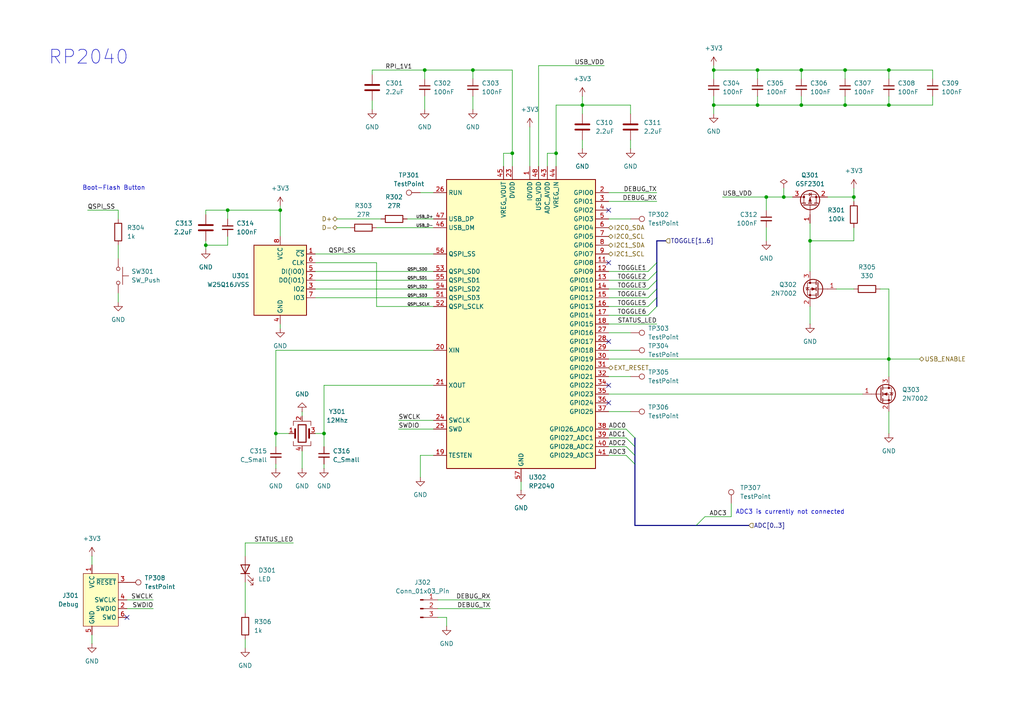
<source format=kicad_sch>
(kicad_sch (version 20231120) (generator "eeschema") (generator_version "8.0")
  (paper "A4")
  (title_block (title "USB3 Hub") (date "${date}") (rev "${revision}") (company "Fabian Pflug"))
  (lib_symbols
    (symbol "Connector:Conn_01x03_Pin" (pin_names (offset 1.016) hide)
      (property "Reference" "J" (at 0 5.08 0))
      (property "Value" "Conn_01x03_Pin" (at 0 -5.08 0))
      (symbol "Conn_01x03_Pin_1_1"
        (polyline (pts (xy 1.27 -2.54) (xy 0.8636 -2.54)) (stroke (width 0.1524)))
        (polyline (pts (xy 1.27 0) (xy 0.8636 0)) (stroke (width 0.1524)))
        (polyline (pts (xy 1.27 2.54) (xy 0.8636 2.54)) (stroke (width 0.1524)))
        (rectangle (start 0.8636 -2.413) (end 0 -2.667) (stroke (width 0.1524)) (fill (type outline)))
        (rectangle (start 0.8636 0.127) (end 0 -0.127) (stroke (width 0.1524)) (fill (type outline)))
        (rectangle (start 0.8636 2.667) (end 0 2.413) (stroke (width 0.1524)) (fill (type outline)))
        (pin passive line (at 5.08 2.54 180) (length 3.81) (name "Pin_1") (number "1"))
        (pin passive line (at 5.08 0 180) (length 3.81) (name "Pin_2") (number "2"))
        (pin passive line (at 5.08 -2.54 180) (length 3.81) (name "Pin_3") (number "3"))
      )
    )
    (symbol "Connector:Conn_ARM_SWD_TagConnect_TC2030-NL" (in_bom no)
      (property "Reference" "J" (at 2.54 11.43 0))
      (property "Value" "Conn_ARM_SWD_TagConnect_TC2030-NL" (at 2.54 8.89 0))
      (symbol "Conn_ARM_SWD_TagConnect_TC2030-NL_0_0"
        (pin power_in line (at -2.54 10.16 270) (length 2.54) (name "VCC") (number "1"))
        (pin bidirectional line (at 7.62 -2.54 180) (length 2.54) (name "SWDIO") (number "2"))
        (pin open_collector line (at 7.62 5.08 180) (length 2.54) (name "~{RESET}") (number "3"))
        (pin output line (at 7.62 0 180) (length 2.54) (name "SWCLK") (number "4"))
        (pin power_in line (at -2.54 -10.16 90) (length 2.54) (name "GND") (number "5"))
        (pin input line (at 7.62 -5.08 180) (length 2.54) (name "SWO") (number "6"))
      )
      (symbol "Conn_ARM_SWD_TagConnect_TC2030-NL_0_1"
        (rectangle (start -5.08 7.62) (end 5.08 -7.62) (fill (type background)))
      )
    )
    (symbol "Connector:TestPoint" (pin_numbers hide) (pin_names (offset 0.762) hide)
      (property "Reference" "TP" (at 0 6.858 0))
      (property "Value" "TestPoint" (at 0 5.08 0))
      (symbol "TestPoint_0_1"
        (circle (center 0 3.302) (radius 0.762))
      )
      (symbol "TestPoint_1_1"
        (pin passive line (at 0 0 90) (length 2.54) (name "1") (number "1"))
      )
    )
    (symbol "Device:C" (pin_numbers hide) (pin_names (offset 0.254))
      (property "Reference" "C" (at 0.635 2.54 0))
      (property "Value" "C" (at 0.635 -2.54 0))
      (symbol "C_0_1"
        (polyline (pts (xy -2.032 -0.762) (xy 2.032 -0.762)) (stroke (width 0.508)))
        (polyline (pts (xy -2.032 0.762) (xy 2.032 0.762)) (stroke (width 0.508)))
      )
      (symbol "C_1_1"
        (pin passive line (at 0 3.81 270) (length 2.794) (name "~") (number "1"))
        (pin passive line (at 0 -3.81 90) (length 2.794) (name "~") (number "2"))
      )
    )
    (symbol "Device:C_Small" (pin_numbers hide) (pin_names (offset 0.254) hide)
      (property "Reference" "C" (at 0.254 1.778 0))
      (property "Value" "C_Small" (at 0.254 -2.032 0))
      (symbol "C_Small_0_1"
        (polyline (pts (xy -1.524 -0.508) (xy 1.524 -0.508)) (stroke (width 0.3302)))
        (polyline (pts (xy -1.524 0.508) (xy 1.524 0.508)) (stroke (width 0.3048)))
      )
      (symbol "C_Small_1_1"
        (pin passive line (at 0 2.54 270) (length 2.032) (name "~") (number "1"))
        (pin passive line (at 0 -2.54 90) (length 2.032) (name "~") (number "2"))
      )
    )
    (symbol "Device:Crystal_GND24" (pin_names (offset 1.016) hide)
      (property "Reference" "Y" (at 3.175 5.08 0))
      (property "Value" "Crystal_GND24" (at 3.175 3.175 0))
      (symbol "Crystal_GND24_0_1"
        (rectangle (start -1.143 2.54) (end 1.143 -2.54) (stroke (width 0.3048)))
        (polyline (pts (xy -2.54 0) (xy -2.032 0)))
        (polyline (pts (xy -2.032 -1.27) (xy -2.032 1.27)) (stroke (width 0.508)))
        (polyline (pts (xy 0 -3.81) (xy 0 -3.556)))
        (polyline (pts (xy 0 3.556) (xy 0 3.81)))
        (polyline (pts (xy 2.032 -1.27) (xy 2.032 1.27)) (stroke (width 0.508)))
        (polyline (pts (xy 2.032 0) (xy 2.54 0)))
        (polyline (pts (xy -2.54 -2.286) (xy -2.54 -3.556) (xy 2.54 -3.556) (xy 2.54 -2.286)))
        (polyline (pts (xy -2.54 2.286) (xy -2.54 3.556) (xy 2.54 3.556) (xy 2.54 2.286)))
      )
      (symbol "Crystal_GND24_1_1"
        (pin passive line (at -3.81 0 0) (length 1.27) (name "1") (number "1"))
        (pin passive line (at 0 5.08 270) (length 1.27) (name "2") (number "2"))
        (pin passive line (at 3.81 0 180) (length 1.27) (name "3") (number "3"))
        (pin passive line (at 0 -5.08 90) (length 1.27) (name "4") (number "4"))
      )
    )
    (symbol "Device:LED" (pin_numbers hide) (pin_names (offset 1.016) hide)
      (property "Reference" "D" (at 0 2.54 0))
      (property "Value" "LED" (at 0 -2.54 0))
      (symbol "LED_0_1"
        (polyline (pts (xy -1.27 -1.27) (xy -1.27 1.27)) (stroke (width 0.254)))
        (polyline (pts (xy -1.27 0) (xy 1.27 0)))
        (polyline (pts (xy 1.27 -1.27) (xy 1.27 1.27) (xy -1.27 0) (xy 1.27 -1.27)) (stroke (width 0.254)))
        (polyline (pts (xy -3.048 -0.762) (xy -4.572 -2.286) (xy -3.81 -2.286) (xy -4.572 -2.286) (xy -4.572 -1.524)))
        (polyline (pts (xy -1.778 -0.762) (xy -3.302 -2.286) (xy -2.54 -2.286) (xy -3.302 -2.286) (xy -3.302 -1.524)))
      )
      (symbol "LED_1_1"
        (pin passive line (at -3.81 0 0) (length 2.54) (name "K") (number "1"))
        (pin passive line (at 3.81 0 180) (length 2.54) (name "A") (number "2"))
      )
    )
    (symbol "Device:R" (pin_numbers hide) (pin_names (offset 0))
      (property "Reference" "R" (at 2.032 0 90))
      (property "Value" "R" (at 0 0 90))
      (symbol "R_0_1"
        (rectangle (start -1.016 -2.54) (end 1.016 2.54) (stroke (width 0.254)))
      )
      (symbol "R_1_1"
        (pin passive line (at 0 3.81 270) (length 1.27) (name "~") (number "1"))
        (pin passive line (at 0 -3.81 90) (length 1.27) (name "~") (number "2"))
      )
    )
    (symbol "MCU_RaspberryPi:RP2040"
      (property "Reference" "U" (at 17.78 45.72 0))
      (property "Value" "RP2040" (at 17.78 43.18 0))
      (symbol "RP2040_0_1"
        (rectangle (start -21.59 41.91) (end 21.59 -41.91) (stroke (width 0.254)) (fill (type background)))
      )
      (symbol "RP2040_1_1"
        (pin power_in line (at 2.54 45.72 270) (length 3.81) (name "IOVDD") (number "1"))
        (pin passive line (at 2.54 45.72 270) (length 3.81) hide (name "IOVDD") (number "10"))
        (pin bidirectional line (at 25.4 17.78 180) (length 3.81) (name "GPIO8") (number "11"))
        (pin bidirectional line (at 25.4 15.24 180) (length 3.81) (name "GPIO9") (number "12"))
        (pin bidirectional line (at 25.4 12.7 180) (length 3.81) (name "GPIO10") (number "13"))
        (pin bidirectional line (at 25.4 10.16 180) (length 3.81) (name "GPIO11") (number "14"))
        (pin bidirectional line (at 25.4 7.62 180) (length 3.81) (name "GPIO12") (number "15"))
        (pin bidirectional line (at 25.4 5.08 180) (length 3.81) (name "GPIO13") (number "16"))
        (pin bidirectional line (at 25.4 2.54 180) (length 3.81) (name "GPIO14") (number "17"))
        (pin bidirectional line (at 25.4 0 180) (length 3.81) (name "GPIO15") (number "18"))
        (pin input line (at -25.4 -38.1 0) (length 3.81) (name "TESTEN") (number "19"))
        (pin bidirectional line (at 25.4 38.1 180) (length 3.81) (name "GPIO0") (number "2"))
        (pin input line (at -25.4 -7.62 0) (length 3.81) (name "XIN") (number "20"))
        (pin passive line (at -25.4 -17.78 0) (length 3.81) (name "XOUT") (number "21"))
        (pin passive line (at 2.54 45.72 270) (length 3.81) hide (name "IOVDD") (number "22"))
        (pin power_in line (at -2.54 45.72 270) (length 3.81) (name "DVDD") (number "23"))
        (pin input line (at -25.4 -27.94 0) (length 3.81) (name "SWCLK") (number "24"))
        (pin bidirectional line (at -25.4 -30.48 0) (length 3.81) (name "SWD") (number "25"))
        (pin input line (at -25.4 38.1 0) (length 3.81) (name "RUN") (number "26"))
        (pin bidirectional line (at 25.4 -2.54 180) (length 3.81) (name "GPIO16") (number "27"))
        (pin bidirectional line (at 25.4 -5.08 180) (length 3.81) (name "GPIO17") (number "28"))
        (pin bidirectional line (at 25.4 -7.62 180) (length 3.81) (name "GPIO18") (number "29"))
        (pin bidirectional line (at 25.4 35.56 180) (length 3.81) (name "GPIO1") (number "3"))
        (pin bidirectional line (at 25.4 -10.16 180) (length 3.81) (name "GPIO19") (number "30"))
        (pin bidirectional line (at 25.4 -12.7 180) (length 3.81) (name "GPIO20") (number "31"))
        (pin bidirectional line (at 25.4 -15.24 180) (length 3.81) (name "GPIO21") (number "32"))
        (pin passive line (at 2.54 45.72 270) (length 3.81) hide (name "IOVDD") (number "33"))
        (pin bidirectional line (at 25.4 -17.78 180) (length 3.81) (name "GPIO22") (number "34"))
        (pin bidirectional line (at 25.4 -20.32 180) (length 3.81) (name "GPIO23") (number "35"))
        (pin bidirectional line (at 25.4 -22.86 180) (length 3.81) (name "GPIO24") (number "36"))
        (pin bidirectional line (at 25.4 -25.4 180) (length 3.81) (name "GPIO25") (number "37"))
        (pin bidirectional line (at 25.4 -30.48 180) (length 3.81) (name "GPIO26_ADC0") (number "38"))
        (pin bidirectional line (at 25.4 -33.02 180) (length 3.81) (name "GPIO27_ADC1") (number "39"))
        (pin bidirectional line (at 25.4 33.02 180) (length 3.81) (name "GPIO2") (number "4"))
        (pin bidirectional line (at 25.4 -35.56 180) (length 3.81) (name "GPIO28_ADC2") (number "40"))
        (pin bidirectional line (at 25.4 -38.1 180) (length 3.81) (name "GPIO29_ADC3") (number "41"))
        (pin passive line (at 2.54 45.72 270) (length 3.81) hide (name "IOVDD") (number "42"))
        (pin power_in line (at 7.62 45.72 270) (length 3.81) (name "ADC_AVDD") (number "43"))
        (pin power_in line (at 10.16 45.72 270) (length 3.81) (name "VREG_IN") (number "44"))
        (pin power_out line (at -5.08 45.72 270) (length 3.81) (name "VREG_VOUT") (number "45"))
        (pin bidirectional line (at -25.4 27.94 0) (length 3.81) (name "USB_DM") (number "46"))
        (pin bidirectional line (at -25.4 30.48 0) (length 3.81) (name "USB_DP") (number "47"))
        (pin power_in line (at 5.08 45.72 270) (length 3.81) (name "USB_VDD") (number "48"))
        (pin passive line (at 2.54 45.72 270) (length 3.81) hide (name "IOVDD") (number "49"))
        (pin bidirectional line (at 25.4 30.48 180) (length 3.81) (name "GPIO3") (number "5"))
        (pin passive line (at -2.54 45.72 270) (length 3.81) hide (name "DVDD") (number "50"))
        (pin bidirectional line (at -25.4 7.62 0) (length 3.81) (name "QSPI_SD3") (number "51"))
        (pin output line (at -25.4 5.08 0) (length 3.81) (name "QSPI_SCLK") (number "52"))
        (pin bidirectional line (at -25.4 15.24 0) (length 3.81) (name "QSPI_SD0") (number "53"))
        (pin bidirectional line (at -25.4 10.16 0) (length 3.81) (name "QSPI_SD2") (number "54"))
        (pin bidirectional line (at -25.4 12.7 0) (length 3.81) (name "QSPI_SD1") (number "55"))
        (pin bidirectional line (at -25.4 20.32 0) (length 3.81) (name "QSPI_SS") (number "56"))
        (pin power_in line (at 0 -45.72 90) (length 3.81) (name "GND") (number "57"))
        (pin bidirectional line (at 25.4 27.94 180) (length 3.81) (name "GPIO4") (number "6"))
        (pin bidirectional line (at 25.4 25.4 180) (length 3.81) (name "GPIO5") (number "7"))
        (pin bidirectional line (at 25.4 22.86 180) (length 3.81) (name "GPIO6") (number "8"))
        (pin bidirectional line (at 25.4 20.32 180) (length 3.81) (name "GPIO7") (number "9"))
      )
    )
    (symbol "Memory_Flash:W25Q16JVSS"
      (property "Reference" "U" (at -6.35 11.43 0))
      (property "Value" "W25Q16JVSS" (at 7.62 11.43 0))
      (symbol "W25Q16JVSS_0_1"
        (rectangle (start -7.62 10.16) (end 7.62 -10.16) (stroke (width 0.254)) (fill (type background)))
      )
      (symbol "W25Q16JVSS_1_1"
        (pin input line (at -10.16 7.62 0) (length 2.54) (name "~{CS}") (number "1"))
        (pin bidirectional line (at -10.16 0 0) (length 2.54) (name "DO(IO1)") (number "2"))
        (pin bidirectional line (at -10.16 -2.54 0) (length 2.54) (name "IO2") (number "3"))
        (pin power_in line (at 0 -12.7 90) (length 2.54) (name "GND") (number "4"))
        (pin bidirectional line (at -10.16 2.54 0) (length 2.54) (name "DI(IO0)") (number "5"))
        (pin input line (at -10.16 5.08 0) (length 2.54) (name "CLK") (number "6"))
        (pin bidirectional line (at -10.16 -5.08 0) (length 2.54) (name "IO3") (number "7"))
        (pin power_in line (at 0 12.7 270) (length 2.54) (name "VCC") (number "8"))
      )
    )
    (symbol "Switch:SW_Push" (pin_numbers hide) (pin_names (offset 1.016) hide)
      (property "Reference" "SW" (at 1.27 2.54 0))
      (property "Value" "SW_Push" (at 0 -1.524 0))
      (symbol "SW_Push_0_1"
        (circle (center -2.032 0) (radius 0.508))
        (polyline (pts (xy 0 1.27) (xy 0 3.048)))
        (polyline (pts (xy 2.54 1.27) (xy -2.54 1.27)))
        (circle (center 2.032 0) (radius 0.508))
        (pin passive line (at -5.08 0 0) (length 2.54) (name "1") (number "1"))
        (pin passive line (at 5.08 0 180) (length 2.54) (name "2") (number "2"))
      )
    )
    (symbol "Transistor_FET:2N7002" (pin_names hide)
      (property "Reference" "Q" (at 5.08 1.905 0))
      (property "Value" "2N7002" (at 5.08 0 0))
      (symbol "2N7002_0_1"
        (polyline (pts (xy 0.254 0) (xy -2.54 0)))
        (polyline (pts (xy 0.254 1.905) (xy 0.254 -1.905)) (stroke (width 0.254)))
        (polyline (pts (xy 0.762 -1.27) (xy 0.762 -2.286)) (stroke (width 0.254)))
        (polyline (pts (xy 0.762 0.508) (xy 0.762 -0.508)) (stroke (width 0.254)))
        (polyline (pts (xy 0.762 2.286) (xy 0.762 1.27)) (stroke (width 0.254)))
        (polyline (pts (xy 2.54 2.54) (xy 2.54 1.778)))
        (polyline (pts (xy 2.54 -2.54) (xy 2.54 0) (xy 0.762 0)))
        (polyline (pts (xy 0.762 -1.778) (xy 3.302 -1.778) (xy 3.302 1.778) (xy 0.762 1.778)))
        (polyline (pts (xy 1.016 0) (xy 2.032 0.381) (xy 2.032 -0.381) (xy 1.016 0)) (fill (type outline)))
        (polyline (pts (xy 2.794 0.508) (xy 2.921 0.381) (xy 3.683 0.381) (xy 3.81 0.254)))
        (polyline (pts (xy 3.302 0.381) (xy 2.921 -0.254) (xy 3.683 -0.254) (xy 3.302 0.381)))
        (circle (center 1.651 0) (radius 2.794) (stroke (width 0.254)))
        (circle (center 2.54 -1.778) (radius 0.254) (fill (type outline)))
        (circle (center 2.54 1.778) (radius 0.254) (fill (type outline)))
      )
      (symbol "2N7002_1_1"
        (pin input line (at -5.08 0 0) (length 2.54) (name "G") (number "1"))
        (pin passive line (at 2.54 -5.08 90) (length 2.54) (name "S") (number "2"))
        (pin passive line (at 2.54 5.08 270) (length 2.54) (name "D") (number "3"))
      )
    )
    (symbol "Transistor_FET:AO3401A" (pin_names hide)
      (property "Reference" "Q" (at 5.08 1.905 0))
      (property "Value" "AO3401A" (at 5.08 0 0))
      (symbol "AO3401A_0_1"
        (polyline (pts (xy 0.254 0) (xy -2.54 0)))
        (polyline (pts (xy 0.254 1.905) (xy 0.254 -1.905)) (stroke (width 0.254)))
        (polyline (pts (xy 0.762 -1.27) (xy 0.762 -2.286)) (stroke (width 0.254)))
        (polyline (pts (xy 0.762 0.508) (xy 0.762 -0.508)) (stroke (width 0.254)))
        (polyline (pts (xy 0.762 2.286) (xy 0.762 1.27)) (stroke (width 0.254)))
        (polyline (pts (xy 2.54 2.54) (xy 2.54 1.778)))
        (polyline (pts (xy 2.54 -2.54) (xy 2.54 0) (xy 0.762 0)))
        (polyline (pts (xy 0.762 1.778) (xy 3.302 1.778) (xy 3.302 -1.778) (xy 0.762 -1.778)))
        (polyline (pts (xy 2.286 0) (xy 1.27 0.381) (xy 1.27 -0.381) (xy 2.286 0)) (fill (type outline)))
        (polyline (pts (xy 2.794 -0.508) (xy 2.921 -0.381) (xy 3.683 -0.381) (xy 3.81 -0.254)))
        (polyline (pts (xy 3.302 -0.381) (xy 2.921 0.254) (xy 3.683 0.254) (xy 3.302 -0.381)))
        (circle (center 1.651 0) (radius 2.794) (stroke (width 0.254)))
        (circle (center 2.54 -1.778) (radius 0.254) (fill (type outline)))
        (circle (center 2.54 1.778) (radius 0.254) (fill (type outline)))
      )
      (symbol "AO3401A_1_1"
        (pin input line (at -5.08 0 0) (length 2.54) (name "G") (number "1"))
        (pin passive line (at 2.54 -5.08 90) (length 2.54) (name "S") (number "2"))
        (pin passive line (at 2.54 5.08 270) (length 2.54) (name "D") (number "3"))
      )
    )
    (symbol "power:+3V3" (power) (pin_numbers hide) (pin_names (offset 0) hide)
      (property "Value" "+3V3" (at 0 3.556 0))
      (symbol "+3V3_0_1"
        (polyline (pts (xy -0.762 1.27) (xy 0 2.54)))
        (polyline (pts (xy 0 0) (xy 0 2.54)))
        (polyline (pts (xy 0 2.54) (xy 0.762 1.27)))
      )
      (symbol "+3V3_1_1"
        (pin power_in line (at 0 0 90) (length 0) (name "~") (number "1"))
      )
    )
    (symbol "power:GND" (power) (pin_numbers hide) (pin_names (offset 0) hide)
      (property "Value" "GND" (at 0 -3.81 0))
      (symbol "GND_0_1"
        (polyline (pts (xy 0 0) (xy 0 -1.27) (xy 1.27 -1.27) (xy 0 -2.54) (xy -1.27 -1.27) (xy 0 -1.27)))
      )
      (symbol "GND_1_1"
        (pin power_in line (at 0 0 270) (length 0) (name "~") (number "1"))
      )
    )
    (symbol "power:PWR_FLAG" (power) (pin_numbers hide) (pin_names (offset 0) hide)
      (property "Value" "PWR_FLAG" (at 0 3.81 0))
      (symbol "PWR_FLAG_0_0"
        (pin power_out line (at 0 0 90) (length 0) (name "~") (number "1"))
      )
      (symbol "PWR_FLAG_0_1"
        (polyline (pts (xy 0 0) (xy 0 1.27) (xy -1.016 1.905) (xy 0 2.54) (xy 1.016 1.905) (xy 0 1.27)))
      )
    )
  )
  (junction (at 93.98 125.73))
  (junction (at 222.25 57.15))
  (junction (at 257.81 104.14))
  (junction (at 161.29 44.45))
  (junction (at 123.19 20.32))
  (junction (at 234.95 69.85))
  (junction (at 81.28 60.96))
  (junction (at 245.11 20.32))
  (junction (at 227.33 57.15))
  (junction (at 219.71 20.32))
  (junction (at 207.01 20.32))
  (junction (at 257.81 30.48))
  (junction (at 232.41 30.48))
  (junction (at 207.01 30.48))
  (junction (at 219.71 30.48))
  (junction (at 232.41 20.32))
  (junction (at 247.65 57.15))
  (junction (at 257.81 20.32))
  (junction (at 168.91 30.48))
  (junction (at 245.11 30.48))
  (junction (at 148.59 44.45))
  (junction (at 66.04 60.96))
  (junction (at 59.69 71.12))
  (junction (at 137.16 20.32))
  (junction (at 80.01 125.73))
  (no_connect (at 36.83 179.07))
  (no_connect (at 176.53 111.76))
  (no_connect (at 176.53 99.06))
  (no_connect (at 176.53 116.84))
  (no_connect (at 176.53 60.96))
  (no_connect (at 176.53 76.2))
  (bus_entry (at 190.5 78.74) (size -2.54 2.54))
  (bus_entry (at 190.5 88.9) (size -2.54 2.54))
  (bus_entry (at 190.5 76.2) (size -2.54 2.54))
  (bus_entry (at 184.15 129.54) (size -2.54 -2.54))
  (bus_entry (at 184.15 134.62) (size -2.54 -2.54))
  (bus_entry (at 201.93 152.4) (size 2.54 -2.54))
  (bus_entry (at 190.5 86.36) (size -2.54 2.54))
  (bus_entry (at 184.15 132.08) (size -2.54 -2.54))
  (bus_entry (at 184.15 127) (size -2.54 -2.54))
  (bus_entry (at 190.5 81.28) (size -2.54 2.54))
  (bus_entry (at 190.5 83.82) (size -2.54 2.54))
  (wire (pts (xy 245.11 20.32) (xy 232.41 20.32)))
  (wire (pts (xy 80.01 125.73) (xy 83.82 125.73)))
  (bus (pts (xy 201.93 152.4) (xy 217.17 152.4)))
  (wire (pts (xy 127 173.99) (xy 142.24 173.99)))
  (bus (pts (xy 190.5 78.74) (xy 190.5 81.28)))
  (wire (pts (xy 127 176.53) (xy 142.24 176.53)))
  (wire (pts (xy 232.41 20.32) (xy 232.41 22.86)))
  (wire (pts (xy 168.91 27.94) (xy 168.91 30.48)))
  (wire (pts (xy 257.81 104.14) (xy 266.7 104.14)))
  (wire (pts (xy 66.04 63.5) (xy 66.04 60.96)))
  (wire (pts (xy 222.25 57.15) (xy 222.25 60.96)))
  (bus (pts (xy 184.15 134.62) (xy 184.15 152.4)))
  (wire (pts (xy 66.04 68.58) (xy 66.04 71.12)))
  (wire (pts (xy 107.95 29.21) (xy 107.95 31.75)))
  (wire (pts (xy 87.63 119.38) (xy 87.63 120.65)))
  (wire (pts (xy 91.44 73.66) (xy 125.73 73.66)))
  (wire (pts (xy 257.81 119.38) (xy 257.81 125.73)))
  (wire (pts (xy 257.81 109.22) (xy 257.81 104.14)))
  (wire (pts (xy 176.53 96.52) (xy 182.88 96.52)))
  (wire (pts (xy 115.57 124.46) (xy 125.73 124.46)))
  (wire (pts (xy 148.59 44.45) (xy 148.59 20.32)))
  (wire (pts (xy 161.29 44.45) (xy 161.29 48.26)))
  (wire (pts (xy 212.09 146.05) (xy 212.09 149.86)))
  (wire (pts (xy 257.81 27.94) (xy 257.81 30.48)))
  (wire (pts (xy 137.16 27.94) (xy 137.16 31.75)))
  (wire (pts (xy 176.53 119.38) (xy 182.88 119.38)))
  (wire (pts (xy 34.29 71.12) (xy 34.29 74.93)))
  (wire (pts (xy 91.44 81.28) (xy 125.73 81.28)))
  (wire (pts (xy 66.04 71.12) (xy 59.69 71.12)))
  (wire (pts (xy 270.51 30.48) (xy 257.81 30.48)))
  (wire (pts (xy 232.41 27.94) (xy 232.41 30.48)))
  (wire (pts (xy 156.21 19.05) (xy 175.26 19.05)))
  (bus (pts (xy 184.15 129.54) (xy 184.15 132.08)))
  (wire (pts (xy 257.81 30.48) (xy 245.11 30.48)))
  (wire (pts (xy 234.95 64.77) (xy 234.95 69.85)))
  (wire (pts (xy 71.12 168.91) (xy 71.12 177.8)))
  (wire (pts (xy 71.12 157.48) (xy 71.12 161.29)))
  (wire (pts (xy 207.01 30.48) (xy 207.01 33.02)))
  (wire (pts (xy 59.69 69.85) (xy 59.69 71.12)))
  (wire (pts (xy 148.59 48.26) (xy 148.59 44.45)))
  (bus (pts (xy 193.04 69.85) (xy 190.5 69.85)))
  (wire (pts (xy 93.98 111.76) (xy 93.98 125.73)))
  (wire (pts (xy 250.19 114.3) (xy 176.53 114.3)))
  (wire (pts (xy 121.92 132.08) (xy 121.92 138.43)))
  (wire (pts (xy 182.88 30.48) (xy 168.91 30.48)))
  (wire (pts (xy 176.53 91.44) (xy 187.96 91.44)))
  (wire (pts (xy 176.53 81.28) (xy 187.96 81.28)))
  (wire (pts (xy 227.33 54.61) (xy 227.33 57.15)))
  (wire (pts (xy 125.73 132.08) (xy 121.92 132.08)))
  (wire (pts (xy 137.16 20.32) (xy 148.59 20.32)))
  (wire (pts (xy 127 179.07) (xy 129.54 179.07)))
  (wire (pts (xy 153.67 36.83) (xy 153.67 48.26)))
  (wire (pts (xy 91.44 86.36) (xy 125.73 86.36)))
  (bus (pts (xy 190.5 81.28) (xy 190.5 83.82)))
  (wire (pts (xy 176.53 55.88) (xy 190.5 55.88)))
  (wire (pts (xy 247.65 66.04) (xy 247.65 69.85)))
  (wire (pts (xy 245.11 30.48) (xy 232.41 30.48)))
  (wire (pts (xy 81.28 60.96) (xy 81.28 68.58)))
  (wire (pts (xy 80.01 134.62) (xy 80.01 135.89)))
  (wire (pts (xy 257.81 83.82) (xy 257.81 104.14)))
  (wire (pts (xy 66.04 60.96) (xy 81.28 60.96)))
  (wire (pts (xy 182.88 33.02) (xy 182.88 30.48)))
  (wire (pts (xy 270.51 20.32) (xy 257.81 20.32)))
  (wire (pts (xy 234.95 88.9) (xy 234.95 93.98)))
  (wire (pts (xy 59.69 62.23) (xy 59.69 60.96)))
  (wire (pts (xy 247.65 57.15) (xy 247.65 58.42)))
  (wire (pts (xy 59.69 71.12) (xy 59.69 72.39)))
  (wire (pts (xy 176.53 101.6) (xy 182.88 101.6)))
  (wire (pts (xy 107.95 20.32) (xy 107.95 21.59)))
  (wire (pts (xy 123.19 27.94) (xy 123.19 31.75)))
  (wire (pts (xy 91.44 125.73) (xy 93.98 125.73)))
  (wire (pts (xy 158.75 48.26) (xy 158.75 44.45)))
  (wire (pts (xy 146.05 48.26) (xy 146.05 44.45)))
  (wire (pts (xy 109.22 66.04) (xy 125.73 66.04)))
  (wire (pts (xy 257.81 83.82) (xy 255.27 83.82)))
  (wire (pts (xy 176.53 83.82) (xy 187.96 83.82)))
  (bus (pts (xy 184.15 152.4) (xy 201.93 152.4)))
  (wire (pts (xy 161.29 30.48) (xy 168.91 30.48)))
  (wire (pts (xy 247.65 83.82) (xy 242.57 83.82)))
  (wire (pts (xy 81.28 59.69) (xy 81.28 60.96)))
  (wire (pts (xy 109.22 88.9) (xy 125.73 88.9)))
  (bus (pts (xy 190.5 69.85) (xy 190.5 76.2)))
  (wire (pts (xy 91.44 76.2) (xy 109.22 76.2)))
  (wire (pts (xy 158.75 44.45) (xy 161.29 44.45)))
  (wire (pts (xy 115.57 121.92) (xy 125.73 121.92)))
  (wire (pts (xy 207.01 20.32) (xy 207.01 22.86)))
  (wire (pts (xy 176.53 129.54) (xy 181.61 129.54)))
  (wire (pts (xy 232.41 20.32) (xy 219.71 20.32)))
  (wire (pts (xy 161.29 30.48) (xy 161.29 44.45)))
  (wire (pts (xy 109.22 76.2) (xy 109.22 88.9)))
  (wire (pts (xy 85.09 157.48) (xy 71.12 157.48)))
  (wire (pts (xy 121.92 55.88) (xy 125.73 55.88)))
  (wire (pts (xy 26.67 184.15) (xy 26.67 186.69)))
  (wire (pts (xy 176.53 88.9) (xy 187.96 88.9)))
  (wire (pts (xy 118.11 63.5) (xy 125.73 63.5)))
  (wire (pts (xy 182.88 40.64) (xy 182.88 43.18)))
  (wire (pts (xy 227.33 57.15) (xy 222.25 57.15)))
  (wire (pts (xy 234.95 69.85) (xy 234.95 78.74)))
  (wire (pts (xy 123.19 22.86) (xy 123.19 20.32)))
  (wire (pts (xy 176.53 109.22) (xy 182.88 109.22)))
  (wire (pts (xy 137.16 20.32) (xy 137.16 22.86)))
  (wire (pts (xy 207.01 19.05) (xy 207.01 20.32)))
  (wire (pts (xy 247.65 54.61) (xy 247.65 57.15)))
  (wire (pts (xy 222.25 66.04) (xy 222.25 69.85)))
  (wire (pts (xy 25.4 60.96) (xy 34.29 60.96)))
  (wire (pts (xy 232.41 30.48) (xy 219.71 30.48)))
  (wire (pts (xy 91.44 78.74) (xy 125.73 78.74)))
  (wire (pts (xy 176.53 93.98) (xy 190.5 93.98)))
  (wire (pts (xy 219.71 30.48) (xy 207.01 30.48)))
  (wire (pts (xy 245.11 27.94) (xy 245.11 30.48)))
  (wire (pts (xy 34.29 85.09) (xy 34.29 87.63)))
  (wire (pts (xy 123.19 20.32) (xy 137.16 20.32)))
  (wire (pts (xy 59.69 60.96) (xy 66.04 60.96)))
  (wire (pts (xy 146.05 44.45) (xy 148.59 44.45)))
  (wire (pts (xy 71.12 185.42) (xy 71.12 187.96)))
  (wire (pts (xy 176.53 63.5) (xy 182.88 63.5)))
  (wire (pts (xy 80.01 101.6) (xy 80.01 125.73)))
  (bus (pts (xy 190.5 76.2) (xy 190.5 78.74)))
  (wire (pts (xy 176.53 104.14) (xy 257.81 104.14)))
  (wire (pts (xy 176.53 58.42) (xy 190.5 58.42)))
  (wire (pts (xy 207.01 27.94) (xy 207.01 30.48)))
  (wire (pts (xy 129.54 179.07) (xy 129.54 181.61)))
  (wire (pts (xy 176.53 132.08) (xy 181.61 132.08)))
  (wire (pts (xy 97.79 63.5) (xy 110.49 63.5)))
  (wire (pts (xy 151.13 139.7) (xy 151.13 142.24)))
  (wire (pts (xy 97.79 66.04) (xy 101.6 66.04)))
  (wire (pts (xy 219.71 20.32) (xy 207.01 20.32)))
  (wire (pts (xy 156.21 48.26) (xy 156.21 19.05)))
  (wire (pts (xy 125.73 101.6) (xy 80.01 101.6)))
  (wire (pts (xy 36.83 176.53) (xy 44.45 176.53)))
  (wire (pts (xy 176.53 127) (xy 181.61 127)))
  (bus (pts (xy 184.15 127) (xy 184.15 129.54)))
  (wire (pts (xy 257.81 20.32) (xy 257.81 22.86)))
  (wire (pts (xy 36.83 173.99) (xy 44.45 173.99)))
  (wire (pts (xy 222.25 57.15) (xy 209.55 57.15)))
  (wire (pts (xy 270.51 22.86) (xy 270.51 20.32)))
  (bus (pts (xy 190.5 83.82) (xy 190.5 86.36)))
  (wire (pts (xy 176.53 78.74) (xy 187.96 78.74)))
  (wire (pts (xy 229.87 57.15) (xy 227.33 57.15)))
  (wire (pts (xy 93.98 134.62) (xy 93.98 135.89)))
  (bus (pts (xy 190.5 86.36) (xy 190.5 88.9)))
  (wire (pts (xy 245.11 20.32) (xy 245.11 22.86)))
  (wire (pts (xy 26.67 161.29) (xy 26.67 163.83)))
  (wire (pts (xy 87.63 130.81) (xy 87.63 135.89)))
  (wire (pts (xy 204.47 149.86) (xy 212.09 149.86)))
  (wire (pts (xy 176.53 86.36) (xy 187.96 86.36)))
  (wire (pts (xy 219.71 20.32) (xy 219.71 22.86)))
  (wire (pts (xy 34.29 60.96) (xy 34.29 63.5)))
  (wire (pts (xy 168.91 30.48) (xy 168.91 33.02)))
  (wire (pts (xy 80.01 129.54) (xy 80.01 125.73)))
  (wire (pts (xy 257.81 20.32) (xy 245.11 20.32)))
  (wire (pts (xy 219.71 27.94) (xy 219.71 30.48)))
  (wire (pts (xy 270.51 27.94) (xy 270.51 30.48)))
  (wire (pts (xy 181.61 124.46) (xy 176.53 124.46)))
  (bus (pts (xy 184.15 132.08) (xy 184.15 134.62)))
  (wire (pts (xy 234.95 69.85) (xy 247.65 69.85)))
  (wire (pts (xy 91.44 83.82) (xy 125.73 83.82)))
  (wire (pts (xy 93.98 129.54) (xy 93.98 125.73)))
  (wire (pts (xy 107.95 20.32) (xy 123.19 20.32)))
  (wire (pts (xy 81.28 93.98) (xy 81.28 95.25)))
  (wire (pts (xy 93.98 111.76) (xy 125.73 111.76)))
  (wire (pts (xy 168.91 40.64) (xy 168.91 43.18)))
  (wire (pts (xy 247.65 57.15) (xy 240.03 57.15)))
  (text "RP2040" (at 13.97 19.05 0) (effects (font (size 4 4)) (justify left bottom)))
  (text "Boot-Flash Button" (at 33.02 54.61 0) (effects (font (size 1.27 1.27))))
  (text "ADC3 is currently not connected" (at 213.36 148.59 0) (effects (font (size 1.27 1.27)) (justify left)))
  (label "SWCLK" (at 44.45 173.99 180))
  (label "TOGGLE3" (at 179.07 83.82 0))
  (label "STATUS_LED" (at 190.5 93.98 180))
  (label "TOGGLE2" (at 179.07 81.28 0))
  (label "ADC3" (at 176.53 132.08 0))
  (label "DEBUG_TX" (at 142.24 176.53 180))
  (label "USB_D-" (at 120.65 66.04 0) (effects (font (size 0.8 0.8))))
  (label "DEBUG_TX" (at 190.5 55.88 180))
  (label "ADC0" (at 176.53 124.46 0))
  (label "USB_VDD" (at 209.55 57.15 0))
  (label "DEBUG_RX" (at 142.24 173.99 180))
  (label "SWDIO" (at 44.45 176.53 180))
  (label "USB_D+" (at 120.65 63.5 0) (effects (font (size 0.8 0.8))))
  (label "QSPI_SD3" (at 118.11 86.36 0) (effects (font (size 0.8 0.8))))
  (label "QSPI_SS" (at 25.4 60.96 0))
  (label "TOGGLE5" (at 179.07 88.9 0))
  (label "SWDIO" (at 115.57 124.46 0))
  (label "TOGGLE1" (at 179.07 78.74 0))
  (label "QSPI_SS" (at 95.25 73.66 0))
  (label "ADC3" (at 205.74 149.86 0))
  (label "USB_VDD" (at 175.26 19.05 180))
  (label "QSPI_SCLK" (at 118.11 88.9 0) (effects (font (size 0.8 0.8))))
  (label "DEBUG_RX" (at 190.5 58.42 180))
  (label "STATUS_LED" (at 85.09 157.48 180))
  (label "ADC2" (at 176.53 129.54 0))
  (label "ADC1" (at 176.53 127 0))
  (label "TOGGLE6" (at 179.07 91.44 0))
  (label "QSPI_SD2" (at 118.11 83.82 0) (effects (font (size 0.8 0.8))))
  (label "RPI_1V1" (at 111.76 20.32 0))
  (label "QSPI_SD0" (at 118.11 78.74 0) (effects (font (size 0.8 0.8))))
  (label "QSPI_SD1" (at 118.11 81.28 0) (effects (font (size 0.8 0.8))))
  (label "SWCLK" (at 115.57 121.92 0))
  (label "TOGGLE4" (at 179.07 86.36 0))
  (hierarchical_label "D+" (shape bidirectional) (at 97.79 63.5 180))
  (hierarchical_label "ADC[0..3]" (shape input) (at 217.17 152.4 0))
  (hierarchical_label "D-" (shape bidirectional) (at 97.79 66.04 180))
  (hierarchical_label "EXT_RESET" (shape bidirectional) (at 176.53 106.68 0))
  (hierarchical_label "I2C1_SDA" (shape bidirectional) (at 176.53 71.12 0))
  (hierarchical_label "TOGGLE[1..6]" (shape input) (at 193.04 69.85 0))
  (hierarchical_label "USB_ENABLE" (shape bidirectional) (at 266.7 104.14 0))
  (hierarchical_label "I2C0_SCL" (shape bidirectional) (at 176.53 68.58 0))
  (hierarchical_label "I2C1_SCL" (shape bidirectional) (at 176.53 73.66 0))
  (hierarchical_label "I2C0_SDA" (shape bidirectional) (at 176.53 66.04 0))
  (symbol (lib_id "power:GND") (at 129.54 181.61 0) (unit 1)
    (property "Reference" "#PWR0325" (effects (hide yes)))
    (property "Value" "GND" (at 129.54 186.69 0))
    (property "Description" "Power symbol creates a global label with name \"GND\" , ground" (effects (hide yes)))
  )
  (symbol (lib_id "power:GND") (at 123.19 31.75 0) (unit 1)
    (property "Reference" "#PWR0304" (effects (hide yes)))
    (property "Value" "GND" (at 123.19 36.83 0))
    (property "Description" "Power symbol creates a global label with name \"GND\" , ground" (effects (hide yes)))
  )
  (symbol (lib_id "Device:Crystal_GND24") (at 87.63 125.73 0) (unit 1)
    (property "Reference" "Y301" (at 97.79 119.38 0))
    (property "Value" "12Mhz" (at 97.79 121.92 0))
    (property "Description" "Four pin crystal, GND on pins 2 and 4" (effects (hide yes)))
  )
  (symbol (lib_id "power:+3V3") (at 26.67 161.29 0) (unit 1)
    (property "Reference" "#PWR0324" (effects (hide yes)))
    (property "Value" "+3V3" (at 26.67 156.21 0))
    (property "Description" "Power symbol creates a global label with name \"+3V3\"" (effects (hide yes)))
  )
  (symbol (lib_id "Connector:TestPoint") (at 182.88 119.38 270) (unit 1)
    (property "Reference" "TP306" (at 187.96 118.1099 90) (effects (justify left)))
    (property "Value" "TestPoint" (at 187.96 120.6499 90) (effects (justify left)))
    (property "Footprint" "Connector_PinHeader_2.54mm:PinHeader_1x01_P2.54mm_Vertical" (effects (hide yes)))
    (property "Description" "test point" (effects (hide yes)))
  )
  (symbol (lib_id "power:GND") (at 107.95 31.75 0) (unit 1)
    (property "Reference" "#PWR0303" (effects (hide yes)))
    (property "Value" "GND" (at 107.95 36.83 0))
    (property "Description" "Power symbol creates a global label with name \"GND\" , ground" (effects (hide yes)))
  )
  (symbol (lib_id "power:GND") (at 34.29 87.63 0) (unit 1)
    (property "Reference" "#PWR0314" (effects (hide yes)))
    (property "Value" "GND" (at 34.29 92.71 0))
    (property "Description" "Power symbol creates a global label with name \"GND\" , ground" (effects (hide yes)))
  )
  (symbol (lib_id "Device:C_Small") (at 66.04 66.04 0) (unit 1)
    (property "Reference" "C314" (at 68.58 64.7762 0) (effects (justify left)))
    (property "Value" "100nF" (at 68.58 67.3162 0) (effects (justify left)))
    (property "Footprint" "Capacitor_SMD:C_0402_1005Metric" (effects (hide yes)))
    (property "Description" "Unpolarized capacitor, small symbol" (effects (hide yes)))
  )
  (symbol (lib_id "power:GND") (at 87.63 119.38 180) (unit 1)
    (property "Reference" "#PWR0317" (effects (hide yes)))
    (property "Value" "GND" (at 87.63 114.3 0))
    (property "Description" "Power symbol creates a global label with name \"GND\" , ground" (effects (hide yes)))
  )
  (symbol (lib_id "Connector:Conn_ARM_SWD_TagConnect_TC2030-NL") (at 29.21 173.99 0) (unit 1) (in_bom no)
    (property "Reference" "J301" (at 22.86 172.7199 0) (effects (justify right)))
    (property "Value" "Debug" (at 22.86 175.2599 0) (effects (justify right)))
    (property "Footprint" "Connector:Tag-Connect_TC2030-IDC-NL_2x03_P1.27mm_Vertical" (effects (hide yes)))
    (property "Datasheet" "https://www.tag-connect.com/wp-content/uploads/bsk-pdf-manager/TC2030-CTX_1.pdf" (effects (hide yes)))
    (property "Description" "Tag-Connect ARM Cortex SWD JTAG connector, 6 pin, no legs" (effects (hide yes)))
  )
  (symbol (lib_id "Device:R") (at 71.12 181.61 0) (unit 1)
    (property "Reference" "R306" (at 73.66 180.3399 0) (effects (justify left)))
    (property "Value" "1k" (at 73.66 182.8799 0) (effects (justify left)))
    (property "Footprint" "Resistor_SMD:R_0603_1608Metric" (effects (hide yes)))
    (property "Description" "Resistor" (effects (hide yes)))
  )
  (symbol (lib_id "power:GND") (at 234.95 93.98 0) (mirror y) (unit 1)
    (property "Reference" "#PWR0315" (effects (hide yes)))
    (property "Value" "GND" (at 234.95 99.06 0))
    (property "Description" "Power symbol creates a global label with name \"GND\" , ground" (effects (hide yes)))
  )
  (symbol (lib_id "power:GND") (at 81.28 95.25 0) (unit 1)
    (property "Reference" "#PWR0316" (effects (hide yes)))
    (property "Value" "GND" (at 81.28 100.33 0))
    (property "Description" "Power symbol creates a global label with name \"GND\" , ground" (effects (hide yes)))
  )
  (symbol (lib_id "power:GND") (at 26.67 186.69 0) (unit 1)
    (property "Reference" "#PWR0326" (effects (hide yes)))
    (property "Value" "GND" (at 26.67 191.77 0))
    (property "Description" "Power symbol creates a global label with name \"GND\" , ground" (effects (hide yes)))
  )
  (symbol (lib_id "Device:C_Small") (at 123.19 25.4 0) (unit 1)
    (property "Reference" "C302" (at 125.73 24.1362 0) (effects (justify left)))
    (property "Value" "100nF" (at 125.73 26.6762 0) (effects (justify left)))
    (property "Footprint" "Capacitor_SMD:C_0402_1005Metric" (effects (hide yes)))
    (property "Description" "Unpolarized capacitor, small symbol" (effects (hide yes)))
  )
  (symbol (lib_id "power:GND") (at 137.16 31.75 0) (unit 1)
    (property "Reference" "#PWR0305" (effects (hide yes)))
    (property "Value" "GND" (at 137.16 36.83 0))
    (property "Description" "Power symbol creates a global label with name \"GND\" , ground" (effects (hide yes)))
  )
  (symbol (lib_id "Device:C_Small") (at 137.16 25.4 0) (unit 1)
    (property "Reference" "C303" (at 139.7 24.1362 0) (effects (justify left)))
    (property "Value" "100nF" (at 139.7 26.6762 0) (effects (justify left)))
    (property "Footprint" "Capacitor_SMD:C_0402_1005Metric" (effects (hide yes)))
    (property "Description" "Unpolarized capacitor, small symbol" (effects (hide yes)))
  )
  (symbol (lib_id "power:GND") (at 93.98 135.89 0) (unit 1)
    (property "Reference" "#PWR0321" (effects (hide yes)))
    (property "Value" "GND" (at 93.98 140.97 0))
    (property "Description" "Power symbol creates a global label with name \"GND\" , ground" (effects (hide yes)))
  )
  (symbol (lib_id "Device:C_Small") (at 222.25 63.5 0) (mirror y) (unit 1)
    (property "Reference" "C312" (at 219.71 62.2362 0) (effects (justify left)))
    (property "Value" "100nF" (at 219.71 64.7762 0) (effects (justify left)))
    (property "Footprint" "Capacitor_SMD:C_0402_1005Metric" (effects (hide yes)))
    (property "Description" "Unpolarized capacitor, small symbol" (effects (hide yes)))
  )
  (symbol (lib_id "Device:LED") (at 71.12 165.1 90) (unit 1)
    (property "Reference" "D301" (at 74.93 165.4174 90) (effects (justify right)))
    (property "Value" "LED" (at 74.93 167.9574 90) (effects (justify right)))
    (property "Footprint" "LED_SMD:LED_0603_1608Metric" (effects (hide yes)))
    (property "Description" "Light emitting diode" (effects (hide yes)))
  )
  (symbol (lib_id "Device:C_Small") (at 270.51 25.4 0) (unit 1)
    (property "Reference" "C309" (at 273.05 24.1362 0) (effects (justify left)))
    (property "Value" "100nF" (at 273.05 26.6762 0) (effects (justify left)))
    (property "Footprint" "Capacitor_SMD:C_0402_1005Metric" (effects (hide yes)))
    (property "Description" "Unpolarized capacitor, small symbol" (effects (hide yes)))
  )
  (symbol (lib_id "power:GND") (at 222.25 69.85 0) (mirror y) (unit 1)
    (property "Reference" "#PWR0312" (effects (hide yes)))
    (property "Value" "GND" (at 222.25 74.93 0))
    (property "Description" "Power symbol creates a global label with name \"GND\" , ground" (effects (hide yes)))
  )
  (symbol (lib_id "Device:C_Small") (at 245.11 25.4 0) (unit 1)
    (property "Reference" "C307" (at 247.65 24.1362 0) (effects (justify left)))
    (property "Value" "100nF" (at 247.65 26.6762 0) (effects (justify left)))
    (property "Footprint" "Capacitor_SMD:C_0402_1005Metric" (effects (hide yes)))
    (property "Description" "Unpolarized capacitor, small symbol" (effects (hide yes)))
  )
  (symbol (lib_id "Device:C_Small") (at 219.71 25.4 0) (unit 1)
    (property "Reference" "C305" (at 222.25 24.1362 0) (effects (justify left)))
    (property "Value" "100nF" (at 222.25 26.6762 0) (effects (justify left)))
    (property "Footprint" "Capacitor_SMD:C_0402_1005Metric" (effects (hide yes)))
    (property "Description" "Unpolarized capacitor, small symbol" (effects (hide yes)))
  )
  (symbol (lib_id "Device:C") (at 107.95 25.4 0) (unit 1)
    (property "Reference" "C301" (at 111.76 24.1299 0) (effects (justify left)))
    (property "Value" "2.2uF" (at 111.76 26.6699 0) (effects (justify left)))
    (property "Footprint" "Capacitor_SMD:C_0603_1608Metric" (effects (hide yes)))
    (property "Description" "Unpolarized capacitor" (effects (hide yes)))
  )
  (symbol (lib_id "Device:C_Small") (at 93.98 132.08 0) (unit 1)
    (property "Reference" "C316" (at 96.52 130.8162 0) (effects (justify left)))
    (property "Value" "C_Small" (at 96.52 133.3562 0) (effects (justify left)))
    (property "Footprint" "Capacitor_SMD:C_0402_1005Metric" (effects (hide yes)))
    (property "Description" "Unpolarized capacitor, small symbol" (effects (hide yes)))
  )
  (symbol (lib_id "Device:C") (at 182.88 36.83 0) (unit 1)
    (property "Reference" "C311" (at 186.69 35.5599 0) (effects (justify left)))
    (property "Value" "2.2uF" (at 186.69 38.0999 0) (effects (justify left)))
    (property "Footprint" "Capacitor_SMD:C_0603_1608Metric" (effects (hide yes)))
    (property "Description" "Unpolarized capacitor" (effects (hide yes)))
  )
  (symbol (lib_id "power:GND") (at 121.92 138.43 0) (unit 1)
    (property "Reference" "#PWR0322" (effects (hide yes)))
    (property "Value" "GND" (at 121.92 143.51 0))
    (property "Description" "Power symbol creates a global label with name \"GND\" , ground" (effects (hide yes)))
  )
  (symbol (lib_id "Connector:TestPoint") (at 182.88 96.52 270) (unit 1)
    (property "Reference" "TP303" (at 187.96 95.2499 90) (effects (justify left)))
    (property "Value" "TestPoint" (at 187.96 97.7899 90) (effects (justify left)))
    (property "Footprint" "Connector_PinHeader_2.54mm:PinHeader_1x01_P2.54mm_Vertical" (effects (hide yes)))
    (property "Description" "test point" (effects (hide yes)))
  )
  (symbol (lib_id "Connector:TestPoint") (at 182.88 109.22 270) (unit 1)
    (property "Reference" "TP305" (at 187.96 107.9499 90) (effects (justify left)))
    (property "Value" "TestPoint" (at 187.96 110.4899 90) (effects (justify left)))
    (property "Footprint" "Connector_PinHeader_2.54mm:PinHeader_1x01_P2.54mm_Vertical" (effects (hide yes)))
    (property "Description" "test point" (effects (hide yes)))
  )
  (symbol (lib_id "Device:C_Small") (at 80.01 132.08 0) (mirror y) (unit 1)
    (property "Reference" "C315" (at 77.47 130.8162 0) (effects (justify left)))
    (property "Value" "C_Small" (at 77.47 133.3562 0) (effects (justify left)))
    (property "Footprint" "Capacitor_SMD:C_0402_1005Metric" (effects (hide yes)))
    (property "Description" "Unpolarized capacitor, small symbol" (effects (hide yes)))
  )
  (symbol (lib_id "power:GND") (at 257.81 125.73 0) (unit 1)
    (property "Reference" "#PWR0318" (effects (hide yes)))
    (property "Value" "GND" (at 257.81 130.81 0))
    (property "Description" "Power symbol creates a global label with name \"GND\" , ground" (effects (hide yes)))
  )
  (symbol (lib_id "Device:R") (at 251.46 83.82 270) (mirror x) (unit 1)
    (property "Reference" "R305" (at 251.46 77.47 90))
    (property "Value" "330" (at 251.46 80.01 90))
    (property "Footprint" "Resistor_SMD:R_0603_1608Metric" (effects (hide yes)))
    (property "Description" "Resistor" (effects (hide yes)))
  )
  (symbol (lib_id "Transistor_FET:2N7002") (at 255.27 114.3 0) (unit 1)
    (property "Reference" "Q303" (at 261.62 113.0299 0) (effects (justify left)))
    (property "Value" "2N7002" (at 261.62 115.5699 0) (effects (justify left)))
    (property "Footprint" "Package_TO_SOT_SMD:SOT-23" (effects (hide yes)))
    (property "Datasheet" "https://www.onsemi.com/pub/Collateral/NDS7002A-D.PDF" (effects (hide yes)))
    (property "Description" "0.115A Id, 60V Vds, N-Channel MOSFET, SOT-23" (effects (hide yes)))
  )
  (symbol (lib_id "power:GND") (at 151.13 142.24 0) (unit 1)
    (property "Reference" "#PWR0323" (effects (hide yes)))
    (property "Value" "GND" (at 151.13 147.32 0))
    (property "Description" "Power symbol creates a global label with name \"GND\" , ground" (effects (hide yes)))
  )
  (symbol (lib_id "Connector:TestPoint") (at 36.83 168.91 270) (unit 1)
    (property "Reference" "TP308" (at 41.91 167.6399 90) (effects (justify left)))
    (property "Value" "TestPoint" (at 41.91 170.1799 90) (effects (justify left)))
    (property "Footprint" "Connector_PinHeader_2.54mm:PinHeader_1x01_P2.54mm_Vertical" (effects (hide yes)))
    (property "Description" "test point" (effects (hide yes)))
  )
  (symbol (lib_id "power:+3V3") (at 247.65 54.61 0) (mirror y) (unit 1)
    (property "Reference" "#PWR0310" (effects (hide yes)))
    (property "Value" "+3V3" (at 247.65 49.53 0))
    (property "Description" "Power symbol creates a global label with name \"+3V3\"" (effects (hide yes)))
  )
  (symbol (lib_id "Transistor_FET:2N7002") (at 237.49 83.82 0) (mirror y) (unit 1)
    (property "Reference" "Q302" (at 231.14 82.5499 0) (effects (justify left)))
    (property "Value" "2N7002" (at 231.14 85.0899 0) (effects (justify left)))
    (property "Footprint" "Package_TO_SOT_SMD:SOT-23" (effects (hide yes)))
    (property "Datasheet" "https://www.onsemi.com/pub/Collateral/NDS7002A-D.PDF" (effects (hide yes)))
    (property "Description" "0.115A Id, 60V Vds, N-Channel MOSFET, SOT-23" (effects (hide yes)))
  )
  (symbol (lib_id "Connector:TestPoint") (at 121.92 55.88 90) (unit 1)
    (property "Reference" "TP301" (at 118.618 50.8 90))
    (property "Value" "TestPoint" (at 118.618 53.34 90))
    (property "Footprint" "Connector_PinHeader_2.54mm:PinHeader_1x01_P2.54mm_Vertical" (effects (hide yes)))
    (property "Description" "test point" (effects (hide yes)))
  )
  (symbol (lib_id "power:+3V3") (at 168.91 27.94 0) (unit 1)
    (property "Reference" "#PWR0302" (effects (hide yes)))
    (property "Value" "+3V3" (at 168.91 22.86 0))
    (property "Description" "Power symbol creates a global label with name \"+3V3\"" (effects (hide yes)))
  )
  (symbol (lib_id "Device:C") (at 59.69 66.04 0) (mirror y) (unit 1)
    (property "Reference" "C313" (at 55.88 64.7699 0) (effects (justify left)))
    (property "Value" "2.2uF" (at 55.88 67.3099 0) (effects (justify left)))
    (property "Footprint" "Capacitor_SMD:C_0603_1608Metric" (effects (hide yes)))
    (property "Description" "Unpolarized capacitor" (effects (hide yes)))
  )
  (symbol (lib_id "Device:R") (at 105.41 66.04 90) (unit 1)
    (property "Reference" "R303" (at 105.41 59.69 90))
    (property "Value" "27R" (at 105.41 62.23 90))
    (property "Footprint" "Resistor_SMD:R_0402_1005Metric" (effects (hide yes)))
    (property "Description" "Resistor" (effects (hide yes)))
  )
  (symbol (lib_id "MCU_RaspberryPi:RP2040") (at 151.13 93.98 0) (unit 1)
    (property "Reference" "U302" (at 153.3241 138.43 0) (effects (justify left)))
    (property "Value" "RP2040" (at 153.3241 140.97 0) (effects (justify left)))
    (property "Footprint" "Package_DFN_QFN:QFN-56-1EP_7x7mm_P0.4mm_EP3.2x3.2mm" (effects (hide yes)))
    (property "Datasheet" "https://datasheets.raspberrypi.com/rp2040/rp2040-datasheet.pdf" (effects (hide yes)))
    (property "Description" "A microcontroller by Raspberry Pi" (effects (hide yes)))
  )
  (symbol (lib_id "Device:C_Small") (at 257.81 25.4 0) (unit 1)
    (property "Reference" "C308" (at 260.35 24.1362 0) (effects (justify left)))
    (property "Value" "100nF" (at 260.35 26.6762 0) (effects (justify left)))
    (property "Footprint" "Capacitor_SMD:C_0402_1005Metric" (effects (hide yes)))
    (property "Description" "Unpolarized capacitor, small symbol" (effects (hide yes)))
  )
  (symbol (lib_id "Connector:TestPoint") (at 182.88 101.6 270) (unit 1)
    (property "Reference" "TP304" (at 187.96 100.3299 90) (effects (justify left)))
    (property "Value" "TestPoint" (at 187.96 102.8699 90) (effects (justify left)))
    (property "Footprint" "Connector_PinHeader_2.54mm:PinHeader_1x01_P2.54mm_Vertical" (effects (hide yes)))
    (property "Description" "test point" (effects (hide yes)))
  )
  (symbol (lib_id "Connector:TestPoint") (at 182.88 63.5 270) (unit 1)
    (property "Reference" "TP302" (at 187.96 62.2299 90) (effects (justify left)))
    (property "Value" "TestPoint" (at 187.96 64.7699 90) (effects (justify left)))
    (property "Footprint" "Connector_PinHeader_2.54mm:PinHeader_1x01_P2.54mm_Vertical" (effects (hide yes)))
    (property "Description" "test point" (effects (hide yes)))
  )
  (symbol (lib_id "power:PWR_FLAG") (at 227.33 54.61 0) (mirror y) (unit 1) (in_bom no) (on_board no)
    (property "Reference" "#FLG0301" (effects (hide yes)))
    (property "Value" "PWR_FLAG" (effects (hide yes)))
    (property "Description" "Special symbol for telling ERC where power comes from" (effects (hide yes)))
  )
  (symbol (lib_id "power:GND") (at 80.01 135.89 0) (unit 1)
    (property "Reference" "#PWR0319" (effects (hide yes)))
    (property "Value" "GND" (at 80.01 140.97 0))
    (property "Description" "Power symbol creates a global label with name \"GND\" , ground" (effects (hide yes)))
  )
  (symbol (lib_id "power:GND") (at 71.12 187.96 0) (unit 1)
    (property "Reference" "#PWR0327" (effects (hide yes)))
    (property "Value" "GND" (at 71.12 193.04 0))
    (property "Description" "Power symbol creates a global label with name \"GND\" , ground" (effects (hide yes)))
  )
  (symbol (lib_id "power:GND") (at 59.69 72.39 0) (unit 1)
    (property "Reference" "#PWR0313" (effects (hide yes)))
    (property "Value" "GND" (at 59.69 77.47 0))
    (property "Description" "Power symbol creates a global label with name \"GND\" , ground" (effects (hide yes)))
  )
  (symbol (lib_id "power:GND") (at 182.88 43.18 0) (unit 1)
    (property "Reference" "#PWR0309" (effects (hide yes)))
    (property "Value" "GND" (at 182.88 48.26 0))
    (property "Description" "Power symbol creates a global label with name \"GND\" , ground" (effects (hide yes)))
  )
  (symbol (lib_id "Device:R") (at 114.3 63.5 90) (unit 1)
    (property "Reference" "R302" (at 114.3 57.15 90))
    (property "Value" "27R" (at 114.3 59.69 90))
    (property "Footprint" "Resistor_SMD:R_0402_1005Metric" (effects (hide yes)))
    (property "Description" "Resistor" (effects (hide yes)))
  )
  (symbol (lib_id "Device:C_Small") (at 232.41 25.4 0) (unit 1)
    (property "Reference" "C306" (at 234.95 24.1362 0) (effects (justify left)))
    (property "Value" "100nF" (at 234.95 26.6762 0) (effects (justify left)))
    (property "Footprint" "Capacitor_SMD:C_0402_1005Metric" (effects (hide yes)))
    (property "Description" "Unpolarized capacitor, small symbol" (effects (hide yes)))
  )
  (symbol (lib_id "Connector:Conn_01x03_Pin") (at 121.92 176.53 0) (unit 1)
    (property "Reference" "J302" (at 122.555 168.91 0))
    (property "Value" "Conn_01x03_Pin" (at 122.555 171.45 0))
    (property "Footprint" "Connector_PinHeader_2.54mm:PinHeader_1x03_P2.54mm_Vertical" (effects (hide yes)))
    (property "Description" "Generic connector, single row, 01x03, script generated" (effects (hide yes)))
  )
  (symbol (lib_id "Device:C_Small") (at 207.01 25.4 0) (unit 1)
    (property "Reference" "C304" (at 209.55 24.1362 0) (effects (justify left)))
    (property "Value" "100nF" (at 209.55 26.6762 0) (effects (justify left)))
    (property "Footprint" "Capacitor_SMD:C_0402_1005Metric" (effects (hide yes)))
    (property "Description" "Unpolarized capacitor, small symbol" (effects (hide yes)))
  )
  (symbol (lib_id "Device:R") (at 247.65 62.23 0) (mirror y) (unit 1)
    (property "Reference" "R301" (at 245.11 60.9599 0) (effects (justify left)))
    (property "Value" "100k" (at 245.11 63.4999 0) (effects (justify left)))
    (property "Footprint" "Resistor_SMD:R_0603_1608Metric" (effects (hide yes)))
    (property "Description" "Resistor" (effects (hide yes)))
  )
  (symbol (lib_id "Switch:SW_Push") (at 34.29 80.01 270) (unit 1)
    (property "Reference" "SW301" (at 38.1 78.7399 90) (effects (justify left)))
    (property "Value" "SW_Push" (at 38.1 81.2799 90) (effects (justify left)))
    (property "Footprint" "Button_Switch_SMD:SW_SPST_TL3342" (effects (hide yes)))
    (property "Description" "Push button switch, generic, two pins" (effects (hide yes)))
  )
  (symbol (lib_id "power:GND") (at 87.63 135.89 0) (unit 1)
    (property "Reference" "#PWR0320" (effects (hide yes)))
    (property "Value" "GND" (at 87.63 140.97 0))
    (property "Description" "Power symbol creates a global label with name \"GND\" , ground" (effects (hide yes)))
  )
  (symbol (lib_id "Device:R") (at 34.29 67.31 0) (unit 1)
    (property "Reference" "R304" (at 36.83 66.0399 0) (effects (justify left)))
    (property "Value" "1k" (at 36.83 68.5799 0) (effects (justify left)))
    (property "Footprint" "Resistor_SMD:R_0603_1608Metric" (effects (hide yes)))
    (property "Description" "Resistor" (effects (hide yes)))
  )
  (symbol (lib_id "Connector:TestPoint") (at 212.09 146.05 0) (unit 1)
    (property "Reference" "TP307" (at 214.63 141.4779 0) (effects (justify left)))
    (property "Value" "TestPoint" (at 214.63 144.0179 0) (effects (justify left)))
    (property "Footprint" "Connector_PinHeader_2.54mm:PinHeader_1x01_P2.54mm_Vertical" (effects (hide yes)))
    (property "Description" "test point" (effects (hide yes)))
  )
  (symbol (lib_id "power:+3V3") (at 207.01 19.05 0) (unit 1)
    (property "Reference" "#PWR0301" (effects (hide yes)))
    (property "Value" "+3V3" (at 207.01 13.97 0))
    (property "Description" "Power symbol creates a global label with name \"+3V3\"" (effects (hide yes)))
  )
  (symbol (lib_id "Transistor_FET:AO3401A") (at 234.95 59.69 90) (unit 1)
    (property "Reference" "Q301" (at 234.95 50.8 90))
    (property "Value" "GSF2301" (at 234.95 53.34 90))
    (property "Footprint" "Package_TO_SOT_SMD:SOT-23" (effects (hide yes)))
    (property "Datasheet" "http://www.aosmd.com/pdfs/datasheet/AO3401A.pdf" (effects (hide yes)))
    (property "Description" "-4.0A Id, -30V Vds, P-Channel MOSFET, SOT-23" (effects (hide yes)))
  )
  (symbol (lib_id "power:+3V3") (at 81.28 59.69 0) (unit 1)
    (property "Reference" "#PWR0311" (effects (hide yes)))
    (property "Value" "+3V3" (at 81.28 54.61 0))
    (property "Description" "Power symbol creates a global label with name \"+3V3\"" (effects (hide yes)))
  )
  (symbol (lib_id "power:+3V3") (at 153.67 36.83 0) (unit 1)
    (property "Reference" "#PWR0307" (effects (hide yes)))
    (property "Value" "+3V3" (at 153.67 31.75 0))
    (property "Description" "Power symbol creates a global label with name \"+3V3\"" (effects (hide yes)))
  )
  (symbol (lib_id "power:GND") (at 207.01 33.02 0) (unit 1)
    (property "Reference" "#PWR0306" (effects (hide yes)))
    (property "Value" "GND" (at 207.01 38.1 0))
    (property "Description" "Power symbol creates a global label with name \"GND\" , ground" (effects (hide yes)))
  )
  (symbol (lib_id "power:GND") (at 168.91 43.18 0) (unit 1)
    (property "Reference" "#PWR0308" (effects (hide yes)))
    (property "Value" "GND" (at 168.91 48.26 0))
    (property "Description" "Power symbol creates a global label with name \"GND\" , ground" (effects (hide yes)))
  )
  (symbol (lib_id "Memory_Flash:W25Q16JVSS") (at 81.28 81.28 0) (mirror y) (unit 1)
    (property "Reference" "U301" (at 72.39 80.0099 0) (effects (justify left)))
    (property "Value" "W25Q16JVSS" (at 72.39 82.5499 0) (effects (justify left)))
    (property "Footprint" "Package_SO:SOIC-8_5.23x5.23mm_P1.27mm" (effects (hide yes)))
    (property "Datasheet" "https://www.winbond.com/hq/support/documentation/levelOne.jsp?__locale=en&DocNo=DA00-W25Q16JV.1" (effects (hide yes)))
    (property "Description" "16Mb Serial Flash Memory, Standard/Dual/Quad SPI, SOIC-8" (effects (hide yes)))
  )
  (symbol (lib_id "Device:C") (at 168.91 36.83 0) (unit 1)
    (property "Reference" "C310" (at 172.72 35.5599 0) (effects (justify left)))
    (property "Value" "2.2uF" (at 172.72 38.0999 0) (effects (justify left)))
    (property "Footprint" "Capacitor_SMD:C_0603_1608Metric" (effects (hide yes)))
    (property "Description" "Unpolarized capacitor" (effects (hide yes)))
  )
)
</source>
